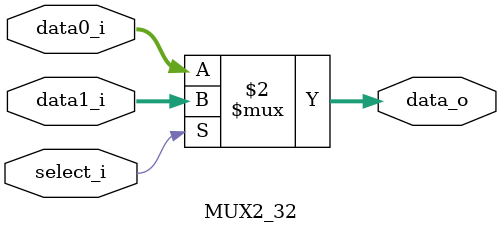
<source format=v>
module MUX2_32
(
	data0_i,
	data1_i,
	select_i,
	data_o
);

input	[31:0]	data0_i;
input	[31:0]	data1_i;
input		select_i;
output	[31:0]	data_o;

assign data_o = (select_i==1'b1) ? data1_i : data0_i;

endmodule
</source>
